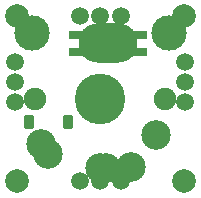
<source format=gbr>
%TF.GenerationSoftware,KiCad,Pcbnew,7.0.2*%
%TF.CreationDate,2023-05-08T22:42:50+02:00*%
%TF.ProjectId,verasity_PCB,76657261-7369-4747-995f-5043422e6b69,rev?*%
%TF.SameCoordinates,Original*%
%TF.FileFunction,Soldermask,Bot*%
%TF.FilePolarity,Negative*%
%FSLAX46Y46*%
G04 Gerber Fmt 4.6, Leading zero omitted, Abs format (unit mm)*
G04 Created by KiCad (PCBNEW 7.0.2) date 2023-05-08 22:42:50*
%MOMM*%
%LPD*%
G01*
G04 APERTURE LIST*
G04 Aperture macros list*
%AMRoundRect*
0 Rectangle with rounded corners*
0 $1 Rounding radius*
0 $2 $3 $4 $5 $6 $7 $8 $9 X,Y pos of 4 corners*
0 Add a 4 corners polygon primitive as box body*
4,1,4,$2,$3,$4,$5,$6,$7,$8,$9,$2,$3,0*
0 Add four circle primitives for the rounded corners*
1,1,$1+$1,$2,$3*
1,1,$1+$1,$4,$5*
1,1,$1+$1,$6,$7*
1,1,$1+$1,$8,$9*
0 Add four rect primitives between the rounded corners*
20,1,$1+$1,$2,$3,$4,$5,0*
20,1,$1+$1,$4,$5,$6,$7,0*
20,1,$1+$1,$6,$7,$8,$9,0*
20,1,$1+$1,$8,$9,$2,$3,0*%
G04 Aperture macros list end*
%ADD10C,1.500000*%
%ADD11C,2.000000*%
%ADD12RoundRect,0.225000X-0.225000X-0.375000X0.225000X-0.375000X0.225000X0.375000X-0.225000X0.375000X0*%
%ADD13C,3.000000*%
%ADD14C,1.900000*%
%ADD15C,2.500000*%
%ADD16R,1.400000X0.800000*%
%ADD17C,4.280000*%
%ADD18O,5.000000X3.350000*%
%ADD19C,3.300000*%
G04 APERTURE END LIST*
D10*
%TO.C,REF\u002A\u002A*%
X63920000Y-90420000D03*
D11*
X64020000Y-97170000D03*
D12*
X65070000Y-92170000D03*
D13*
X65320000Y-84620000D03*
D14*
X65620000Y-90170000D03*
D15*
X66120000Y-93970000D03*
X66720000Y-94870000D03*
D12*
X68370000Y-92170000D03*
D16*
X69170000Y-84745000D03*
X69170000Y-86195000D03*
D10*
X69420000Y-83170000D03*
X69420000Y-97170000D03*
X71120000Y-83170000D03*
D17*
X71120000Y-90170000D03*
D15*
X71120000Y-96070000D03*
D10*
X71120000Y-97170000D03*
D15*
X71620000Y-96070000D03*
D18*
X71760000Y-85472000D03*
D19*
X71770000Y-85470000D03*
D10*
X72820000Y-83170000D03*
X72820000Y-97170000D03*
D15*
X73720000Y-95920000D03*
D16*
X74370000Y-84745000D03*
X74370000Y-86195000D03*
D15*
X75820000Y-93270000D03*
D14*
X76620000Y-90170000D03*
D13*
X76920000Y-84620000D03*
D11*
X78220000Y-97170000D03*
D10*
X78320000Y-90420000D03*
D11*
X64020000Y-83170000D03*
X78220000Y-83170000D03*
D10*
X78320000Y-87020000D03*
X63920000Y-87020000D03*
X63920000Y-88720000D03*
X78320000Y-88720000D03*
%TD*%
M02*

</source>
